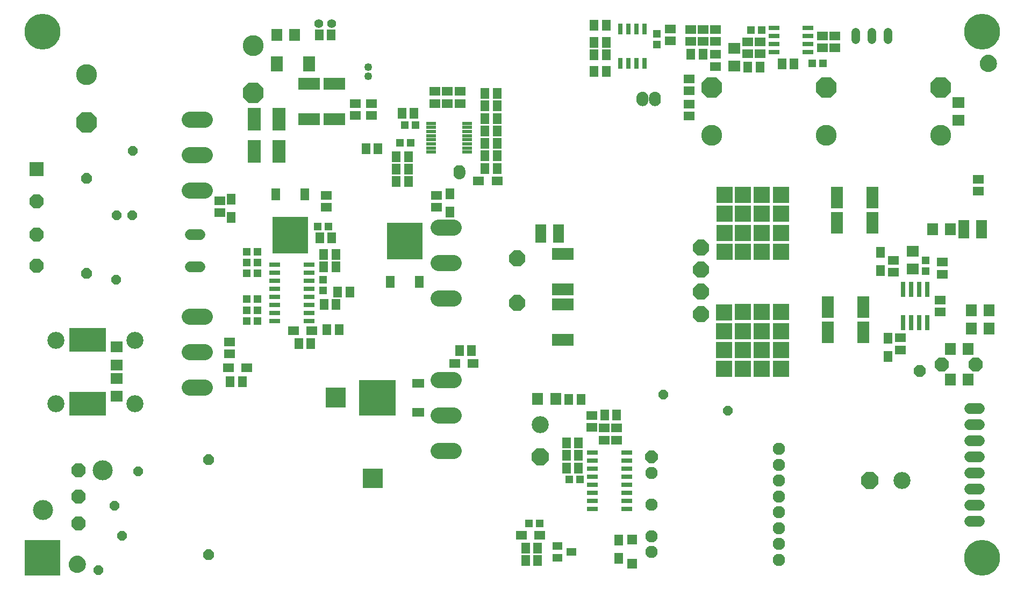
<source format=gbs>
G75*
%MOIN*%
%OFA0B0*%
%FSLAX25Y25*%
%IPPOS*%
%LPD*%
%AMOC8*
5,1,8,0,0,1.08239X$1,22.5*
%
%ADD10C,0.10600*%
%ADD11OC8,0.06600*%
%ADD12R,0.07698X0.06899*%
%ADD13OC8,0.08868*%
%ADD14C,0.12411*%
%ADD15OC8,0.06000*%
%ADD16R,0.22835X0.14961*%
%ADD17R,0.08868X0.08868*%
%ADD18C,0.00500*%
%ADD19R,0.04537X0.04931*%
%ADD20R,0.06506X0.05718*%
%ADD21R,0.07687X0.13198*%
%ADD22R,0.07687X0.06899*%
%ADD23C,0.12962*%
%ADD24OC8,0.12962*%
%ADD25R,0.05324X0.06506*%
%ADD26OC8,0.07096*%
%ADD27R,0.06506X0.05324*%
%ADD28R,0.05718X0.06506*%
%ADD29R,0.04931X0.04537*%
%ADD30OC8,0.10600*%
%ADD31R,0.06700X0.03000*%
%ADD32C,0.07687*%
%ADD33OC8,0.07687*%
%ADD34R,0.06112X0.06112*%
%ADD35R,0.06702X0.02962*%
%ADD36R,0.02962X0.06702*%
%ADD37R,0.06899X0.07687*%
%ADD38R,0.06899X0.07698*%
%ADD39R,0.02962X0.09261*%
%ADD40C,0.06600*%
%ADD41R,0.06899X0.11230*%
%ADD42C,0.04931*%
%ADD43C,0.05400*%
%ADD44R,0.06112X0.04537*%
%ADD45R,0.06200X0.02000*%
%ADD46R,0.22254X0.23041*%
%ADD47R,0.05718X0.07293*%
%ADD48C,0.09899*%
%ADD49R,0.13198X0.07687*%
%ADD50R,0.23041X0.22254*%
%ADD51R,0.07293X0.05718*%
%ADD52R,0.08080X0.13986*%
%ADD53OC8,0.09899*%
%ADD54C,0.05600*%
%ADD55R,0.07687X0.09261*%
%ADD56C,0.00100*%
%ADD57R,0.22254X0.22254*%
%ADD58R,0.10049X0.10049*%
%ADD59C,0.22254*%
%ADD60R,0.04562X0.04562*%
D10*
X0051763Y0122506D03*
X0100975Y0122506D03*
X0100975Y0161876D03*
X0051763Y0161876D03*
X0352227Y0109343D03*
X0576727Y0074843D03*
D11*
X0146735Y0087694D03*
X0146735Y0028694D03*
X0070769Y0203491D03*
X0070769Y0262491D03*
D12*
X0089735Y0157742D03*
X0089735Y0146545D03*
X0089735Y0138242D03*
X0089735Y0127045D03*
D13*
X0065771Y0081183D03*
X0065771Y0064648D03*
X0065771Y0048112D03*
X0039963Y0208020D03*
X0039963Y0227520D03*
X0039963Y0248020D03*
X0601097Y0146843D03*
X0622357Y0146843D03*
D14*
X0080928Y0081183D03*
X0043920Y0056380D03*
D15*
X0088278Y0059085D03*
X0092926Y0040350D03*
X0078278Y0019085D03*
X0102926Y0080350D03*
X0089227Y0199593D03*
X0089477Y0239593D03*
X0099227Y0239593D03*
X0099477Y0279593D03*
X0428727Y0128093D03*
X0468727Y0118093D03*
D16*
X0071469Y0122541D03*
X0071469Y0162041D03*
D17*
X0039963Y0268020D03*
D18*
X0064292Y0027609D02*
X0063450Y0027384D01*
X0062660Y0027015D01*
X0061946Y0026515D01*
X0061330Y0025899D01*
X0060830Y0025185D01*
X0060462Y0024395D01*
X0060236Y0023553D01*
X0060160Y0022685D01*
X0060236Y0021817D01*
X0060462Y0020975D01*
X0060830Y0020185D01*
X0061330Y0019471D01*
X0061946Y0018855D01*
X0062660Y0018355D01*
X0063450Y0017987D01*
X0064292Y0017761D01*
X0065160Y0017685D01*
X0066028Y0017761D01*
X0066870Y0017987D01*
X0067660Y0018355D01*
X0068374Y0018855D01*
X0068990Y0019471D01*
X0069490Y0020185D01*
X0069859Y0020975D01*
X0070084Y0021817D01*
X0070160Y0022685D01*
X0070084Y0023553D01*
X0069859Y0024395D01*
X0069490Y0025185D01*
X0068990Y0025899D01*
X0068374Y0026515D01*
X0067660Y0027015D01*
X0066870Y0027384D01*
X0066028Y0027609D01*
X0065160Y0027685D01*
X0064292Y0027609D01*
X0063270Y0027299D02*
X0067051Y0027299D01*
X0067966Y0026801D02*
X0062354Y0026801D01*
X0061733Y0026302D02*
X0068587Y0026302D01*
X0069057Y0025804D02*
X0061263Y0025804D01*
X0060914Y0025305D02*
X0069406Y0025305D01*
X0069667Y0024807D02*
X0060654Y0024807D01*
X0060438Y0024308D02*
X0069882Y0024308D01*
X0070015Y0023810D02*
X0060305Y0023810D01*
X0060215Y0023311D02*
X0070105Y0023311D01*
X0070149Y0022813D02*
X0060171Y0022813D01*
X0060193Y0022314D02*
X0070128Y0022314D01*
X0070084Y0021816D02*
X0060236Y0021816D01*
X0060370Y0021317D02*
X0069950Y0021317D01*
X0069786Y0020819D02*
X0060534Y0020819D01*
X0060767Y0020320D02*
X0069553Y0020320D01*
X0069236Y0019822D02*
X0061084Y0019822D01*
X0061478Y0019323D02*
X0068842Y0019323D01*
X0068331Y0018825D02*
X0061989Y0018825D01*
X0062722Y0018326D02*
X0067598Y0018326D01*
X0066277Y0017828D02*
X0064043Y0017828D01*
X0625791Y0331209D02*
X0625422Y0331999D01*
X0625197Y0332840D01*
X0625121Y0333709D01*
X0625197Y0334577D01*
X0625422Y0335419D01*
X0625791Y0336209D01*
X0626291Y0336923D01*
X0626907Y0337539D01*
X0627621Y0338039D01*
X0628411Y0338407D01*
X0629252Y0338633D01*
X0630121Y0338709D01*
X0630989Y0338633D01*
X0631831Y0338407D01*
X0632621Y0338039D01*
X0633335Y0337539D01*
X0633951Y0336923D01*
X0634451Y0336209D01*
X0634819Y0335419D01*
X0635045Y0334577D01*
X0635121Y0333709D01*
X0635045Y0332840D01*
X0634819Y0331999D01*
X0634451Y0331209D01*
X0633951Y0330495D01*
X0633335Y0329878D01*
X0632621Y0329379D01*
X0631831Y0329010D01*
X0630989Y0328785D01*
X0630121Y0328709D01*
X0629252Y0328785D01*
X0628411Y0329010D01*
X0627621Y0329379D01*
X0626907Y0329878D01*
X0626291Y0330495D01*
X0625791Y0331209D01*
X0625705Y0331391D02*
X0634536Y0331391D01*
X0634768Y0331890D02*
X0625473Y0331890D01*
X0625318Y0332388D02*
X0634924Y0332388D01*
X0635049Y0332887D02*
X0625193Y0332887D01*
X0625149Y0333385D02*
X0635092Y0333385D01*
X0635105Y0333884D02*
X0625136Y0333884D01*
X0625180Y0334382D02*
X0635062Y0334382D01*
X0634963Y0334881D02*
X0625278Y0334881D01*
X0625412Y0335379D02*
X0634830Y0335379D01*
X0634605Y0335878D02*
X0625636Y0335878D01*
X0625908Y0336376D02*
X0634333Y0336376D01*
X0633984Y0336875D02*
X0626257Y0336875D01*
X0626741Y0337373D02*
X0633500Y0337373D01*
X0632859Y0337872D02*
X0627382Y0337872D01*
X0628332Y0338370D02*
X0631910Y0338370D01*
X0634230Y0330893D02*
X0626012Y0330893D01*
X0626391Y0330394D02*
X0633850Y0330394D01*
X0633352Y0329896D02*
X0626890Y0329896D01*
X0627594Y0329397D02*
X0632647Y0329397D01*
X0631415Y0328899D02*
X0628827Y0328899D01*
D19*
X0591227Y0211439D03*
X0591227Y0204746D03*
X0424477Y0345496D03*
X0424477Y0352189D03*
X0217477Y0199439D03*
X0217477Y0192746D03*
D20*
X0159727Y0160833D03*
X0159727Y0153352D03*
X0153477Y0241102D03*
X0153477Y0248583D03*
X0219727Y0251833D03*
X0219727Y0244352D03*
X0287977Y0244352D03*
X0287977Y0251833D03*
X0247477Y0301352D03*
X0237727Y0301352D03*
X0237727Y0308833D03*
X0247477Y0308833D03*
X0286977Y0308852D03*
X0294727Y0308852D03*
X0294727Y0316333D03*
X0286977Y0316333D03*
X0302477Y0316333D03*
X0302477Y0308852D03*
X0432977Y0347602D03*
X0432977Y0355083D03*
X0445477Y0354833D03*
X0453227Y0354833D03*
X0460977Y0354833D03*
X0460977Y0347352D03*
X0453227Y0347352D03*
X0445477Y0347352D03*
X0460977Y0339333D03*
X0460977Y0331852D03*
X0444727Y0324083D03*
X0444727Y0316602D03*
X0444727Y0308583D03*
X0444727Y0301102D03*
X0480977Y0339602D03*
X0480977Y0347083D03*
X0488727Y0347083D03*
X0488727Y0339602D03*
X0527227Y0343352D03*
X0534977Y0343352D03*
X0534977Y0350833D03*
X0527227Y0350833D03*
X0623977Y0261833D03*
X0623977Y0254352D03*
X0571227Y0211583D03*
X0571227Y0204102D03*
X0601727Y0202852D03*
X0601727Y0210333D03*
X0600227Y0186833D03*
X0600227Y0179352D03*
X0575477Y0163333D03*
X0575477Y0155852D03*
X0399727Y0107333D03*
X0391977Y0107333D03*
X0391977Y0099852D03*
X0399727Y0099852D03*
X0384227Y0107602D03*
X0384227Y0115083D03*
D21*
X0530703Y0166843D03*
X0530703Y0182343D03*
X0552751Y0182343D03*
X0552751Y0166843D03*
X0558251Y0234843D03*
X0536203Y0234843D03*
X0536203Y0250593D03*
X0558251Y0250593D03*
D22*
X0583227Y0217104D03*
X0583227Y0206081D03*
X0611727Y0298331D03*
X0611727Y0309354D03*
X0472477Y0332081D03*
X0472477Y0343104D03*
D23*
X0458477Y0289079D03*
X0529477Y0289079D03*
X0600477Y0289079D03*
X0174227Y0344856D03*
X0070977Y0326606D03*
D24*
X0070977Y0297079D03*
X0174227Y0315329D03*
X0458477Y0318606D03*
X0529477Y0318606D03*
X0600477Y0318606D03*
D25*
X0563227Y0216551D03*
X0563227Y0205134D03*
X0567977Y0163051D03*
X0567977Y0151634D03*
X0400977Y0037801D03*
X0400977Y0026384D03*
X0160727Y0238134D03*
X0160727Y0249551D03*
X0296227Y0252801D03*
X0296227Y0241384D03*
D26*
X0587477Y0142843D03*
D27*
X0351936Y0040843D03*
X0340518Y0040843D03*
X0310686Y0147343D03*
X0299268Y0147343D03*
X0210686Y0167843D03*
X0199268Y0167843D03*
X0170186Y0144843D03*
X0158768Y0144843D03*
X0314018Y0260843D03*
X0325436Y0260843D03*
D28*
X0325467Y0268593D03*
X0317987Y0268593D03*
X0317987Y0276343D03*
X0325467Y0276343D03*
X0325467Y0284093D03*
X0317987Y0284093D03*
X0317987Y0291843D03*
X0325467Y0291843D03*
X0325467Y0299593D03*
X0317987Y0299593D03*
X0317987Y0307343D03*
X0325467Y0307343D03*
X0325467Y0315093D03*
X0317987Y0315093D03*
X0273967Y0302843D03*
X0266487Y0302843D03*
X0251717Y0280843D03*
X0244237Y0280843D03*
X0262987Y0275843D03*
X0270467Y0275843D03*
X0270467Y0268093D03*
X0262987Y0268093D03*
X0262987Y0260343D03*
X0270467Y0260343D03*
X0222967Y0225343D03*
X0215487Y0225343D03*
X0217987Y0215093D03*
X0225467Y0215093D03*
X0225467Y0207343D03*
X0217987Y0207343D03*
X0226737Y0191843D03*
X0234217Y0191843D03*
X0225717Y0184093D03*
X0218237Y0184093D03*
X0219987Y0168593D03*
X0227467Y0168593D03*
X0209967Y0159843D03*
X0202487Y0159843D03*
X0167467Y0136093D03*
X0159987Y0136093D03*
X0302237Y0155343D03*
X0309717Y0155343D03*
X0369987Y0125093D03*
X0377467Y0125093D03*
X0392237Y0115343D03*
X0399717Y0115343D03*
X0375967Y0098093D03*
X0368487Y0098093D03*
X0368487Y0090343D03*
X0375967Y0090343D03*
X0375967Y0082593D03*
X0368487Y0082593D03*
X0350717Y0032843D03*
X0343237Y0032843D03*
X0343237Y0025093D03*
X0350717Y0025093D03*
X0385737Y0328843D03*
X0393217Y0328843D03*
X0393217Y0339093D03*
X0385737Y0339093D03*
X0385737Y0346843D03*
X0393217Y0346843D03*
X0393217Y0357593D03*
X0385737Y0357593D03*
X0445737Y0339593D03*
X0453217Y0339593D03*
X0480987Y0331593D03*
X0488467Y0331593D03*
X0502237Y0333343D03*
X0509717Y0333343D03*
X0222717Y0351593D03*
X0215237Y0351593D03*
D29*
X0268381Y0295593D03*
X0275073Y0295593D03*
X0272073Y0284593D03*
X0265381Y0284593D03*
X0221073Y0232593D03*
X0214381Y0232593D03*
X0177073Y0216843D03*
X0170381Y0216843D03*
X0170381Y0210093D03*
X0177073Y0210093D03*
X0177073Y0203343D03*
X0170381Y0203343D03*
X0170381Y0187343D03*
X0177073Y0187343D03*
X0177073Y0180593D03*
X0170381Y0180593D03*
X0170381Y0173843D03*
X0177073Y0173843D03*
X0370381Y0075343D03*
X0377073Y0075343D03*
X0352073Y0048093D03*
X0345381Y0048093D03*
X0520881Y0333843D03*
X0527573Y0333843D03*
X0489573Y0354593D03*
X0482881Y0354593D03*
D30*
X0352227Y0089343D03*
X0556727Y0074843D03*
D31*
X0405827Y0077093D03*
X0405827Y0082093D03*
X0405827Y0087093D03*
X0405827Y0092093D03*
X0384627Y0092093D03*
X0384627Y0087093D03*
X0384627Y0082093D03*
X0384627Y0077093D03*
X0384627Y0072093D03*
X0384627Y0067093D03*
X0384627Y0062093D03*
X0384627Y0057093D03*
X0405827Y0057093D03*
X0405827Y0062093D03*
X0405827Y0067093D03*
X0405827Y0072093D03*
X0208827Y0173843D03*
X0208827Y0178843D03*
X0208827Y0183843D03*
X0208827Y0188843D03*
X0208827Y0193843D03*
X0208827Y0198843D03*
X0208827Y0203843D03*
X0208827Y0208843D03*
X0187627Y0208843D03*
X0187627Y0203843D03*
X0187627Y0198843D03*
X0187627Y0193843D03*
X0187627Y0188843D03*
X0187627Y0183843D03*
X0187627Y0178843D03*
X0187627Y0173843D03*
D32*
X0421357Y0079578D03*
X0421357Y0059893D03*
X0421357Y0040207D03*
X0421357Y0030365D03*
X0500097Y0035286D03*
X0500097Y0025444D03*
X0500097Y0045129D03*
X0500097Y0054971D03*
X0500097Y0064814D03*
X0500097Y0074656D03*
X0500097Y0084499D03*
X0500097Y0094341D03*
D33*
X0421357Y0089420D03*
D34*
X0409227Y0038073D03*
X0409227Y0023112D03*
D35*
X0497097Y0340612D03*
X0497097Y0345612D03*
X0497097Y0350612D03*
X0497097Y0355612D03*
X0518357Y0355612D03*
X0518357Y0350612D03*
X0518357Y0345612D03*
X0518357Y0340612D03*
D36*
X0416957Y0333713D03*
X0411957Y0333713D03*
X0406957Y0333713D03*
X0401957Y0333713D03*
X0401957Y0354972D03*
X0406957Y0354972D03*
X0411957Y0354972D03*
X0416957Y0354972D03*
D37*
X0595465Y0230843D03*
X0606489Y0230843D03*
X0619465Y0180343D03*
X0630489Y0180343D03*
X0630489Y0169093D03*
X0619465Y0169093D03*
X0617489Y0156343D03*
X0606465Y0156343D03*
X0606465Y0137343D03*
X0617489Y0137343D03*
D38*
X0361825Y0125343D03*
X0350629Y0125343D03*
X0200075Y0351593D03*
X0188879Y0351593D03*
D39*
X0577227Y0193329D03*
X0582227Y0193329D03*
X0587227Y0193329D03*
X0592227Y0193329D03*
X0592227Y0172856D03*
X0587227Y0172856D03*
X0582227Y0172856D03*
X0577227Y0172856D03*
D40*
X0618727Y0119593D02*
X0624727Y0119593D01*
X0624727Y0109593D02*
X0618727Y0109593D01*
X0618727Y0099593D02*
X0624727Y0099593D01*
X0624727Y0089593D02*
X0618727Y0089593D01*
X0618727Y0079593D02*
X0624727Y0079593D01*
X0624727Y0069593D02*
X0618727Y0069593D01*
X0618727Y0059593D02*
X0624727Y0059593D01*
X0624727Y0049593D02*
X0618727Y0049593D01*
X0141152Y0207567D02*
X0135152Y0207567D01*
X0135152Y0227567D02*
X0141152Y0227567D01*
D41*
X0352715Y0228093D03*
X0363739Y0228093D03*
X0614965Y0230843D03*
X0625989Y0230843D03*
D42*
X0245727Y0325640D03*
X0245727Y0331545D03*
D43*
X0547977Y0348443D02*
X0547977Y0353243D01*
X0557977Y0353243D02*
X0557977Y0348443D01*
X0567977Y0348443D02*
X0567977Y0353243D01*
D44*
X0362896Y0034083D03*
X0371558Y0030343D03*
X0362896Y0026602D03*
D45*
X0306927Y0278636D03*
X0306927Y0281195D03*
X0306927Y0283754D03*
X0306927Y0286313D03*
X0306927Y0288872D03*
X0306927Y0291431D03*
X0306927Y0293990D03*
X0306927Y0296549D03*
X0284527Y0296549D03*
X0284527Y0293990D03*
X0284527Y0291431D03*
X0284527Y0288872D03*
X0284527Y0286313D03*
X0284527Y0283754D03*
X0284527Y0281195D03*
X0284527Y0278636D03*
D46*
X0268227Y0223333D03*
X0197227Y0227102D03*
D47*
X0188231Y0252457D03*
X0206223Y0252457D03*
X0259231Y0197978D03*
X0277223Y0197978D03*
D48*
X0289168Y0187693D02*
X0298467Y0187693D01*
X0298467Y0209693D02*
X0289168Y0209693D01*
X0289168Y0231693D02*
X0298467Y0231693D01*
X0298467Y0137205D02*
X0289168Y0137205D01*
X0289168Y0115205D02*
X0298467Y0115205D01*
X0298467Y0093205D02*
X0289168Y0093205D01*
X0144302Y0132575D02*
X0135003Y0132575D01*
X0135003Y0154575D02*
X0144302Y0154575D01*
X0144302Y0176575D02*
X0135003Y0176575D01*
X0135003Y0254622D02*
X0144302Y0254622D01*
X0144302Y0276622D02*
X0135003Y0276622D01*
X0135003Y0298622D02*
X0144302Y0298622D01*
D49*
X0208977Y0299069D03*
X0224727Y0299069D03*
X0224727Y0321116D03*
X0208977Y0321116D03*
X0366227Y0215366D03*
X0366227Y0193319D03*
X0366227Y0184116D03*
X0366227Y0162069D03*
D50*
X0251237Y0126093D03*
D51*
X0276591Y0135089D03*
X0276591Y0117096D03*
D52*
X0190154Y0279093D03*
X0174800Y0279093D03*
X0174800Y0299093D03*
X0190154Y0299093D03*
D53*
X0337890Y0212622D03*
X0337890Y0185063D03*
X0452064Y0178173D03*
X0452064Y0191953D03*
X0452064Y0205732D03*
X0452064Y0219512D03*
D54*
X0222914Y0358593D03*
X0215040Y0358593D03*
D55*
X0209016Y0333593D03*
X0188938Y0333593D03*
D56*
X0299067Y0269037D02*
X0299502Y0269567D01*
X0300033Y0270003D01*
X0300638Y0270326D01*
X0301294Y0270525D01*
X0301977Y0270593D01*
X0302660Y0270525D01*
X0303316Y0270326D01*
X0303922Y0270003D01*
X0304452Y0269567D01*
X0304887Y0269037D01*
X0305211Y0268432D01*
X0305410Y0267775D01*
X0305477Y0267093D01*
X0305477Y0266343D01*
X0298477Y0266343D01*
X0298477Y0265593D01*
X0298544Y0264910D01*
X0298743Y0264253D01*
X0299067Y0263648D01*
X0299502Y0263118D01*
X0300033Y0262682D01*
X0300638Y0262359D01*
X0301294Y0262160D01*
X0301977Y0262093D01*
X0302660Y0262160D01*
X0303316Y0262359D01*
X0303922Y0262682D01*
X0304452Y0263118D01*
X0304887Y0263648D01*
X0305211Y0264253D01*
X0305410Y0264910D01*
X0305477Y0265593D01*
X0305477Y0266343D01*
X0298477Y0266343D01*
X0298477Y0267093D01*
X0298544Y0267775D01*
X0298743Y0268432D01*
X0299067Y0269037D01*
X0299094Y0269070D02*
X0304860Y0269070D01*
X0304922Y0268972D02*
X0299032Y0268972D01*
X0298979Y0268873D02*
X0304975Y0268873D01*
X0305027Y0268775D02*
X0298927Y0268775D01*
X0298874Y0268676D02*
X0305080Y0268676D01*
X0305133Y0268578D02*
X0298821Y0268578D01*
X0298769Y0268479D02*
X0305185Y0268479D01*
X0305226Y0268381D02*
X0298728Y0268381D01*
X0298698Y0268282D02*
X0305256Y0268282D01*
X0305286Y0268184D02*
X0298668Y0268184D01*
X0298638Y0268085D02*
X0305316Y0268085D01*
X0305346Y0267987D02*
X0298608Y0267987D01*
X0298579Y0267888D02*
X0305376Y0267888D01*
X0305405Y0267790D02*
X0298549Y0267790D01*
X0298536Y0267691D02*
X0305418Y0267691D01*
X0305428Y0267593D02*
X0298526Y0267593D01*
X0298517Y0267494D02*
X0305437Y0267494D01*
X0305447Y0267396D02*
X0298507Y0267396D01*
X0298497Y0267297D02*
X0305457Y0267297D01*
X0305467Y0267199D02*
X0298487Y0267199D01*
X0298478Y0267100D02*
X0305476Y0267100D01*
X0305477Y0267002D02*
X0298477Y0267002D01*
X0298477Y0266903D02*
X0305477Y0266903D01*
X0305477Y0266805D02*
X0298477Y0266805D01*
X0298477Y0266706D02*
X0305477Y0266706D01*
X0305477Y0266608D02*
X0298477Y0266608D01*
X0298477Y0266509D02*
X0305477Y0266509D01*
X0305477Y0266411D02*
X0298477Y0266411D01*
X0298477Y0266312D02*
X0305477Y0266312D01*
X0305477Y0266214D02*
X0298477Y0266214D01*
X0298477Y0266115D02*
X0305477Y0266115D01*
X0305477Y0266017D02*
X0298477Y0266017D01*
X0298477Y0265918D02*
X0305477Y0265918D01*
X0305477Y0265820D02*
X0298477Y0265820D01*
X0298477Y0265721D02*
X0305477Y0265721D01*
X0305477Y0265623D02*
X0298477Y0265623D01*
X0298484Y0265524D02*
X0305470Y0265524D01*
X0305461Y0265426D02*
X0298493Y0265426D01*
X0298503Y0265327D02*
X0305451Y0265327D01*
X0305441Y0265229D02*
X0298513Y0265229D01*
X0298523Y0265130D02*
X0305431Y0265130D01*
X0305422Y0265031D02*
X0298532Y0265031D01*
X0298542Y0264933D02*
X0305412Y0264933D01*
X0305387Y0264834D02*
X0298567Y0264834D01*
X0298597Y0264736D02*
X0305357Y0264736D01*
X0305327Y0264637D02*
X0298627Y0264637D01*
X0298657Y0264539D02*
X0305297Y0264539D01*
X0305267Y0264440D02*
X0298687Y0264440D01*
X0298717Y0264342D02*
X0305238Y0264342D01*
X0305205Y0264243D02*
X0298749Y0264243D01*
X0298801Y0264145D02*
X0305153Y0264145D01*
X0305100Y0264046D02*
X0298854Y0264046D01*
X0298907Y0263948D02*
X0305047Y0263948D01*
X0304995Y0263849D02*
X0298959Y0263849D01*
X0299012Y0263751D02*
X0304942Y0263751D01*
X0304889Y0263652D02*
X0299065Y0263652D01*
X0299144Y0263554D02*
X0304810Y0263554D01*
X0304729Y0263455D02*
X0299225Y0263455D01*
X0299306Y0263357D02*
X0304648Y0263357D01*
X0304567Y0263258D02*
X0299387Y0263258D01*
X0299468Y0263160D02*
X0304486Y0263160D01*
X0304383Y0263061D02*
X0299571Y0263061D01*
X0299691Y0262963D02*
X0304263Y0262963D01*
X0304143Y0262864D02*
X0299811Y0262864D01*
X0299931Y0262766D02*
X0304023Y0262766D01*
X0303893Y0262667D02*
X0300061Y0262667D01*
X0300245Y0262569D02*
X0303709Y0262569D01*
X0303525Y0262470D02*
X0300429Y0262470D01*
X0300614Y0262372D02*
X0303340Y0262372D01*
X0303034Y0262273D02*
X0300920Y0262273D01*
X0301245Y0262175D02*
X0302709Y0262175D01*
X0304779Y0269169D02*
X0299175Y0269169D01*
X0299256Y0269267D02*
X0304698Y0269267D01*
X0304617Y0269366D02*
X0299337Y0269366D01*
X0299418Y0269465D02*
X0304536Y0269465D01*
X0304455Y0269563D02*
X0299499Y0269563D01*
X0299617Y0269662D02*
X0304337Y0269662D01*
X0304217Y0269760D02*
X0299737Y0269760D01*
X0299857Y0269859D02*
X0304097Y0269859D01*
X0303977Y0269957D02*
X0299977Y0269957D01*
X0300132Y0270056D02*
X0303823Y0270056D01*
X0303638Y0270154D02*
X0300316Y0270154D01*
X0300500Y0270253D02*
X0303454Y0270253D01*
X0303234Y0270351D02*
X0300720Y0270351D01*
X0301045Y0270450D02*
X0302909Y0270450D01*
X0302428Y0270548D02*
X0301526Y0270548D01*
X0412243Y0309753D02*
X0412567Y0309148D01*
X0413002Y0308618D01*
X0413533Y0308182D01*
X0414138Y0307859D01*
X0414794Y0307660D01*
X0415477Y0307593D01*
X0416160Y0307660D01*
X0416816Y0307859D01*
X0417422Y0308182D01*
X0417952Y0308618D01*
X0418387Y0309148D01*
X0418711Y0309753D01*
X0418910Y0310410D01*
X0418977Y0311093D01*
X0418977Y0311843D01*
X0411977Y0311843D01*
X0411977Y0312593D01*
X0412044Y0313275D01*
X0412243Y0313932D01*
X0412567Y0314537D01*
X0413002Y0315067D01*
X0413533Y0315503D01*
X0414138Y0315826D01*
X0414794Y0316025D01*
X0415477Y0316093D01*
X0416160Y0316025D01*
X0416816Y0315826D01*
X0417422Y0315503D01*
X0417952Y0315067D01*
X0418387Y0314537D01*
X0418711Y0313932D01*
X0418910Y0313275D01*
X0418977Y0312593D01*
X0418977Y0311843D01*
X0411977Y0311843D01*
X0411977Y0311093D01*
X0412044Y0310410D01*
X0412243Y0309753D01*
X0412243Y0309756D02*
X0418711Y0309756D01*
X0418741Y0309854D02*
X0412213Y0309854D01*
X0412183Y0309953D02*
X0418771Y0309953D01*
X0418801Y0310051D02*
X0412153Y0310051D01*
X0412123Y0310150D02*
X0418831Y0310150D01*
X0418861Y0310248D02*
X0412093Y0310248D01*
X0412063Y0310347D02*
X0418891Y0310347D01*
X0418913Y0310445D02*
X0412041Y0310445D01*
X0412031Y0310544D02*
X0418923Y0310544D01*
X0418933Y0310642D02*
X0412021Y0310642D01*
X0412012Y0310741D02*
X0418942Y0310741D01*
X0418952Y0310839D02*
X0412002Y0310839D01*
X0411992Y0310938D02*
X0418962Y0310938D01*
X0418971Y0311036D02*
X0411983Y0311036D01*
X0411977Y0311135D02*
X0418977Y0311135D01*
X0418977Y0311233D02*
X0411977Y0311233D01*
X0411977Y0311332D02*
X0418977Y0311332D01*
X0418977Y0311430D02*
X0411977Y0311430D01*
X0411977Y0311529D02*
X0418977Y0311529D01*
X0418977Y0311627D02*
X0411977Y0311627D01*
X0411977Y0311726D02*
X0418977Y0311726D01*
X0418977Y0311824D02*
X0411977Y0311824D01*
X0411977Y0311923D02*
X0418977Y0311923D01*
X0418977Y0312021D02*
X0411977Y0312021D01*
X0411977Y0312120D02*
X0418977Y0312120D01*
X0418977Y0312218D02*
X0411977Y0312218D01*
X0411977Y0312317D02*
X0418977Y0312317D01*
X0418977Y0312415D02*
X0411977Y0312415D01*
X0411977Y0312514D02*
X0418977Y0312514D01*
X0418975Y0312612D02*
X0411979Y0312612D01*
X0411989Y0312711D02*
X0418965Y0312711D01*
X0418956Y0312809D02*
X0411998Y0312809D01*
X0412008Y0312908D02*
X0418946Y0312908D01*
X0418936Y0313007D02*
X0412018Y0313007D01*
X0412027Y0313105D02*
X0418927Y0313105D01*
X0418917Y0313204D02*
X0412037Y0313204D01*
X0412052Y0313302D02*
X0418902Y0313302D01*
X0418872Y0313401D02*
X0412082Y0313401D01*
X0412112Y0313499D02*
X0418842Y0313499D01*
X0418812Y0313598D02*
X0412142Y0313598D01*
X0412172Y0313696D02*
X0418782Y0313696D01*
X0418752Y0313795D02*
X0412202Y0313795D01*
X0412232Y0313893D02*
X0418722Y0313893D01*
X0418679Y0313992D02*
X0412275Y0313992D01*
X0412328Y0314090D02*
X0418626Y0314090D01*
X0418573Y0314189D02*
X0412381Y0314189D01*
X0412433Y0314287D02*
X0418521Y0314287D01*
X0418468Y0314386D02*
X0412486Y0314386D01*
X0412539Y0314484D02*
X0418415Y0314484D01*
X0418350Y0314583D02*
X0412604Y0314583D01*
X0412685Y0314681D02*
X0418269Y0314681D01*
X0418188Y0314780D02*
X0412766Y0314780D01*
X0412847Y0314878D02*
X0418107Y0314878D01*
X0418026Y0314977D02*
X0412928Y0314977D01*
X0413012Y0315075D02*
X0417942Y0315075D01*
X0417822Y0315174D02*
X0413132Y0315174D01*
X0413252Y0315272D02*
X0417702Y0315272D01*
X0417582Y0315371D02*
X0413372Y0315371D01*
X0413492Y0315469D02*
X0417462Y0315469D01*
X0417300Y0315568D02*
X0413654Y0315568D01*
X0413839Y0315666D02*
X0417115Y0315666D01*
X0416931Y0315765D02*
X0414023Y0315765D01*
X0414260Y0315863D02*
X0416694Y0315863D01*
X0416369Y0315962D02*
X0414585Y0315962D01*
X0415150Y0316060D02*
X0415804Y0316060D01*
X0419993Y0313932D02*
X0419794Y0313275D01*
X0419727Y0312593D01*
X0419727Y0311843D01*
X0426727Y0311843D01*
X0426727Y0311093D01*
X0426660Y0310410D01*
X0426461Y0309753D01*
X0426137Y0309148D01*
X0425702Y0308618D01*
X0425172Y0308182D01*
X0424566Y0307859D01*
X0423910Y0307660D01*
X0423227Y0307593D01*
X0422544Y0307660D01*
X0421888Y0307859D01*
X0421283Y0308182D01*
X0420752Y0308618D01*
X0420317Y0309148D01*
X0419993Y0309753D01*
X0419794Y0310410D01*
X0419727Y0311093D01*
X0419727Y0311843D01*
X0426727Y0311843D01*
X0426727Y0312593D01*
X0426660Y0313275D01*
X0426461Y0313932D01*
X0426137Y0314537D01*
X0425702Y0315067D01*
X0425172Y0315503D01*
X0424566Y0315826D01*
X0423910Y0316025D01*
X0423227Y0316093D01*
X0422544Y0316025D01*
X0421888Y0315826D01*
X0421283Y0315503D01*
X0420752Y0315067D01*
X0420317Y0314537D01*
X0419993Y0313932D01*
X0419982Y0313893D02*
X0426472Y0313893D01*
X0426502Y0313795D02*
X0419952Y0313795D01*
X0419922Y0313696D02*
X0426532Y0313696D01*
X0426562Y0313598D02*
X0419892Y0313598D01*
X0419862Y0313499D02*
X0426592Y0313499D01*
X0426622Y0313401D02*
X0419832Y0313401D01*
X0419802Y0313302D02*
X0426652Y0313302D01*
X0426667Y0313204D02*
X0419787Y0313204D01*
X0419777Y0313105D02*
X0426677Y0313105D01*
X0426686Y0313007D02*
X0419768Y0313007D01*
X0419758Y0312908D02*
X0426696Y0312908D01*
X0426706Y0312809D02*
X0419748Y0312809D01*
X0419739Y0312711D02*
X0426715Y0312711D01*
X0426725Y0312612D02*
X0419729Y0312612D01*
X0419727Y0312514D02*
X0426727Y0312514D01*
X0426727Y0312415D02*
X0419727Y0312415D01*
X0419727Y0312317D02*
X0426727Y0312317D01*
X0426727Y0312218D02*
X0419727Y0312218D01*
X0419727Y0312120D02*
X0426727Y0312120D01*
X0426727Y0312021D02*
X0419727Y0312021D01*
X0419727Y0311923D02*
X0426727Y0311923D01*
X0426727Y0311824D02*
X0419727Y0311824D01*
X0419727Y0311726D02*
X0426727Y0311726D01*
X0426727Y0311627D02*
X0419727Y0311627D01*
X0419727Y0311529D02*
X0426727Y0311529D01*
X0426727Y0311430D02*
X0419727Y0311430D01*
X0419727Y0311332D02*
X0426727Y0311332D01*
X0426727Y0311233D02*
X0419727Y0311233D01*
X0419727Y0311135D02*
X0426727Y0311135D01*
X0426721Y0311036D02*
X0419733Y0311036D01*
X0419742Y0310938D02*
X0426712Y0310938D01*
X0426702Y0310839D02*
X0419752Y0310839D01*
X0419762Y0310741D02*
X0426692Y0310741D01*
X0426683Y0310642D02*
X0419771Y0310642D01*
X0419781Y0310544D02*
X0426673Y0310544D01*
X0426663Y0310445D02*
X0419791Y0310445D01*
X0419813Y0310347D02*
X0426641Y0310347D01*
X0426611Y0310248D02*
X0419843Y0310248D01*
X0419873Y0310150D02*
X0426581Y0310150D01*
X0426551Y0310051D02*
X0419903Y0310051D01*
X0419933Y0309953D02*
X0426521Y0309953D01*
X0426491Y0309854D02*
X0419963Y0309854D01*
X0419993Y0309756D02*
X0426461Y0309756D01*
X0426409Y0309657D02*
X0420045Y0309657D01*
X0420097Y0309559D02*
X0426357Y0309559D01*
X0426304Y0309460D02*
X0420150Y0309460D01*
X0420203Y0309362D02*
X0426251Y0309362D01*
X0426199Y0309263D02*
X0420255Y0309263D01*
X0420308Y0309165D02*
X0426146Y0309165D01*
X0426070Y0309066D02*
X0420384Y0309066D01*
X0420465Y0308968D02*
X0425989Y0308968D01*
X0425908Y0308869D02*
X0420546Y0308869D01*
X0420627Y0308771D02*
X0425827Y0308771D01*
X0425747Y0308672D02*
X0420708Y0308672D01*
X0420806Y0308573D02*
X0425648Y0308573D01*
X0425528Y0308475D02*
X0420926Y0308475D01*
X0421046Y0308376D02*
X0425408Y0308376D01*
X0425288Y0308278D02*
X0421166Y0308278D01*
X0421288Y0308179D02*
X0425166Y0308179D01*
X0424982Y0308081D02*
X0421472Y0308081D01*
X0421657Y0307982D02*
X0424797Y0307982D01*
X0424613Y0307884D02*
X0421841Y0307884D01*
X0422130Y0307785D02*
X0424324Y0307785D01*
X0423999Y0307687D02*
X0422455Y0307687D01*
X0418659Y0309657D02*
X0412295Y0309657D01*
X0412347Y0309559D02*
X0418607Y0309559D01*
X0418554Y0309460D02*
X0412400Y0309460D01*
X0412453Y0309362D02*
X0418501Y0309362D01*
X0418449Y0309263D02*
X0412505Y0309263D01*
X0412558Y0309165D02*
X0418396Y0309165D01*
X0418320Y0309066D02*
X0412634Y0309066D01*
X0412715Y0308968D02*
X0418239Y0308968D01*
X0418158Y0308869D02*
X0412796Y0308869D01*
X0412877Y0308771D02*
X0418077Y0308771D01*
X0417997Y0308672D02*
X0412958Y0308672D01*
X0413056Y0308573D02*
X0417898Y0308573D01*
X0417778Y0308475D02*
X0413176Y0308475D01*
X0413296Y0308376D02*
X0417658Y0308376D01*
X0417538Y0308278D02*
X0413416Y0308278D01*
X0413538Y0308179D02*
X0417416Y0308179D01*
X0417232Y0308081D02*
X0413722Y0308081D01*
X0413907Y0307982D02*
X0417047Y0307982D01*
X0416863Y0307884D02*
X0414091Y0307884D01*
X0414380Y0307785D02*
X0416574Y0307785D01*
X0416249Y0307687D02*
X0414705Y0307687D01*
X0420025Y0313992D02*
X0426429Y0313992D01*
X0426376Y0314090D02*
X0420078Y0314090D01*
X0420131Y0314189D02*
X0426323Y0314189D01*
X0426271Y0314287D02*
X0420183Y0314287D01*
X0420236Y0314386D02*
X0426218Y0314386D01*
X0426165Y0314484D02*
X0420289Y0314484D01*
X0420354Y0314583D02*
X0426100Y0314583D01*
X0426019Y0314681D02*
X0420435Y0314681D01*
X0420516Y0314780D02*
X0425938Y0314780D01*
X0425857Y0314878D02*
X0420597Y0314878D01*
X0420678Y0314977D02*
X0425776Y0314977D01*
X0425692Y0315075D02*
X0420762Y0315075D01*
X0420882Y0315174D02*
X0425572Y0315174D01*
X0425452Y0315272D02*
X0421002Y0315272D01*
X0421122Y0315371D02*
X0425332Y0315371D01*
X0425212Y0315469D02*
X0421242Y0315469D01*
X0421404Y0315568D02*
X0425050Y0315568D01*
X0424865Y0315666D02*
X0421589Y0315666D01*
X0421773Y0315765D02*
X0424681Y0315765D01*
X0424444Y0315863D02*
X0422010Y0315863D01*
X0422335Y0315962D02*
X0424119Y0315962D01*
X0423554Y0316060D02*
X0422900Y0316060D01*
D57*
X0043507Y0026622D03*
D58*
X0466227Y0144093D03*
X0477977Y0144093D03*
X0489727Y0144093D03*
X0501477Y0144093D03*
X0501477Y0155843D03*
X0489727Y0155843D03*
X0477977Y0155843D03*
X0466227Y0155843D03*
X0466227Y0167593D03*
X0477977Y0167593D03*
X0489727Y0167593D03*
X0501477Y0167593D03*
X0501477Y0179343D03*
X0489727Y0179343D03*
X0477977Y0179343D03*
X0466227Y0179093D03*
X0466477Y0216843D03*
X0477977Y0216843D03*
X0489727Y0216843D03*
X0501477Y0216843D03*
X0501477Y0228593D03*
X0489727Y0228593D03*
X0477977Y0228593D03*
X0466477Y0228593D03*
X0466477Y0240343D03*
X0477977Y0240343D03*
X0489727Y0240343D03*
X0501477Y0240343D03*
X0501477Y0252093D03*
X0489727Y0252093D03*
X0477977Y0252093D03*
X0466477Y0252093D03*
D59*
X0626184Y0353394D03*
X0626184Y0026622D03*
X0043507Y0353394D03*
D60*
X0221727Y0130093D03*
X0225477Y0130093D03*
X0229227Y0130093D03*
X0229227Y0126343D03*
X0225477Y0126343D03*
X0221727Y0126343D03*
X0221727Y0122593D03*
X0225477Y0122593D03*
X0229227Y0122593D03*
X0244727Y0079843D03*
X0248477Y0079843D03*
X0252227Y0079843D03*
X0252227Y0076093D03*
X0248477Y0076093D03*
X0244727Y0076093D03*
X0244727Y0072343D03*
X0248477Y0072343D03*
X0252227Y0072343D03*
M02*

</source>
